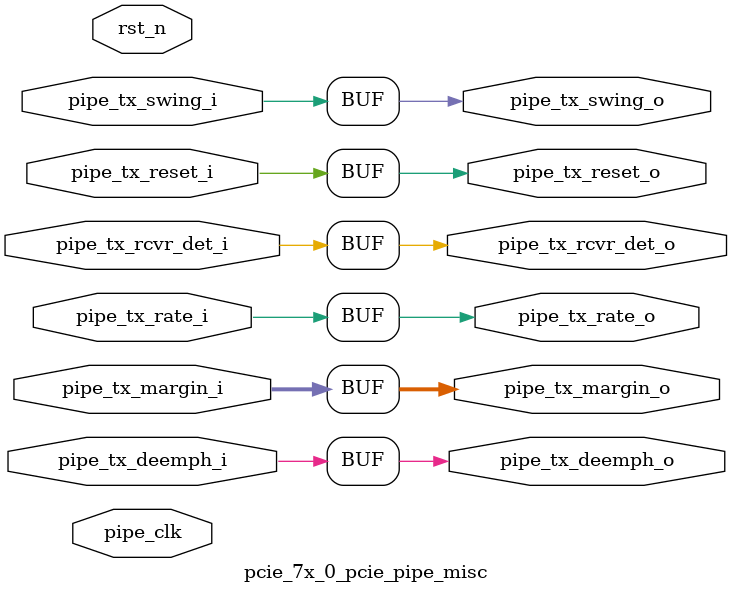
<source format=v>

`timescale 1ps/1ps

(* DowngradeIPIdentifiedWarnings = "yes" *)
module pcie_7x_0_pcie_pipe_misc #
(
    parameter        PIPE_PIPELINE_STAGES = 0,    // 0 - 0 stages, 1 - 1 stage, 2 - 2 stages
    parameter TCQ  = 1 // synthesis warning solved: parameter declaration becomes local
)
(

    input   wire        pipe_tx_rcvr_det_i       ,     // PIPE Tx Receiver Detect
    input   wire        pipe_tx_reset_i          ,     // PIPE Tx Reset
    input   wire        pipe_tx_rate_i           ,     // PIPE Tx Rate
    input   wire        pipe_tx_deemph_i         ,     // PIPE Tx Deemphasis
    input   wire [2:0]  pipe_tx_margin_i         ,     // PIPE Tx Margin
    input   wire        pipe_tx_swing_i          ,     // PIPE Tx Swing

    output  wire        pipe_tx_rcvr_det_o       ,     // Pipelined PIPE Tx Receiver Detect
    output  wire        pipe_tx_reset_o          ,     // Pipelined PIPE Tx Reset
    output  wire        pipe_tx_rate_o           ,     // Pipelined PIPE Tx Rate
    output  wire        pipe_tx_deemph_o         ,     // Pipelined PIPE Tx Deemphasis
    output  wire [2:0]  pipe_tx_margin_o         ,     // Pipelined PIPE Tx Margin
    output  wire        pipe_tx_swing_o          ,     // Pipelined PIPE Tx Swing

    input   wire        pipe_clk                ,      // PIPE Clock
    input   wire        rst_n                          // Reset
);

//******************************************************************//
// Reality check.                                                   //
//******************************************************************//

//    parameter TCQ  = 1;      // clock to out delay model

    generate

    if (PIPE_PIPELINE_STAGES == 0) begin : pipe_stages_0

        assign pipe_tx_rcvr_det_o = pipe_tx_rcvr_det_i;
        assign pipe_tx_reset_o  = pipe_tx_reset_i;
        assign pipe_tx_rate_o = pipe_tx_rate_i;
        assign pipe_tx_deemph_o = pipe_tx_deemph_i;
        assign pipe_tx_margin_o = pipe_tx_margin_i;
        assign pipe_tx_swing_o = pipe_tx_swing_i;

    end // if (PIPE_PIPELINE_STAGES == 0)
    else if (PIPE_PIPELINE_STAGES == 1) begin : pipe_stages_1

    reg                pipe_tx_rcvr_det_q       ;
    reg                pipe_tx_reset_q          ;
    reg                pipe_tx_rate_q           ;
    reg                pipe_tx_deemph_q         ;
    reg [2:0]          pipe_tx_margin_q         ;
    reg                pipe_tx_swing_q          ;

        always @(posedge pipe_clk) begin

        if (rst_n)
        begin

            pipe_tx_rcvr_det_q <= #TCQ 0;
            pipe_tx_reset_q  <= #TCQ 1'b1;
            pipe_tx_rate_q <= #TCQ 0;
            pipe_tx_deemph_q <= #TCQ 1'b1;
            pipe_tx_margin_q <= #TCQ 0;
            pipe_tx_swing_q <= #TCQ 0;

        end
        else
        begin

            pipe_tx_rcvr_det_q <= #TCQ pipe_tx_rcvr_det_i;
            pipe_tx_reset_q  <= #TCQ pipe_tx_reset_i;
            pipe_tx_rate_q <= #TCQ pipe_tx_rate_i;
            pipe_tx_deemph_q <= #TCQ pipe_tx_deemph_i;
            pipe_tx_margin_q <= #TCQ pipe_tx_margin_i;
            pipe_tx_swing_q <= #TCQ pipe_tx_swing_i;

          end

        end

        assign pipe_tx_rcvr_det_o = pipe_tx_rcvr_det_q;
        assign pipe_tx_reset_o  = pipe_tx_reset_q;
        assign pipe_tx_rate_o = pipe_tx_rate_q;
        assign pipe_tx_deemph_o = pipe_tx_deemph_q;
        assign pipe_tx_margin_o = pipe_tx_margin_q;
        assign pipe_tx_swing_o = pipe_tx_swing_q;

    end // if (PIPE_PIPELINE_STAGES == 1)
    else if (PIPE_PIPELINE_STAGES == 2) begin : pipe_stages_2

    reg                pipe_tx_rcvr_det_q       ;
    reg                pipe_tx_reset_q          ;
    reg                pipe_tx_rate_q           ;
    reg                pipe_tx_deemph_q         ;
    reg [2:0]          pipe_tx_margin_q         ;
    reg                pipe_tx_swing_q          ;

    reg                pipe_tx_rcvr_det_qq      ;
    reg                pipe_tx_reset_qq         ;
    reg                pipe_tx_rate_qq          ;
    reg                pipe_tx_deemph_qq        ;
    reg [2:0]          pipe_tx_margin_qq        ;
    reg                pipe_tx_swing_qq         ;

        always @(posedge pipe_clk) begin

        if (rst_n)
        begin

            pipe_tx_rcvr_det_q <= #TCQ 0;
            pipe_tx_reset_q  <= #TCQ 1'b1;
            pipe_tx_rate_q <= #TCQ 0;
            pipe_tx_deemph_q <= #TCQ 1'b1;
            pipe_tx_margin_q <= #TCQ 0;
            pipe_tx_swing_q <= #TCQ 0;

            pipe_tx_rcvr_det_qq <= #TCQ 0;
            pipe_tx_reset_qq  <= #TCQ 1'b1;
            pipe_tx_rate_qq <= #TCQ 0;
            pipe_tx_deemph_qq <= #TCQ 1'b1;
            pipe_tx_margin_qq <= #TCQ 0;
            pipe_tx_swing_qq <= #TCQ 0;

        end
        else
        begin

            pipe_tx_rcvr_det_q <= #TCQ pipe_tx_rcvr_det_i;
            pipe_tx_reset_q  <= #TCQ pipe_tx_reset_i;
            pipe_tx_rate_q <= #TCQ pipe_tx_rate_i;
            pipe_tx_deemph_q <= #TCQ pipe_tx_deemph_i;
            pipe_tx_margin_q <= #TCQ pipe_tx_margin_i;
            pipe_tx_swing_q <= #TCQ pipe_tx_swing_i;

            pipe_tx_rcvr_det_qq <= #TCQ pipe_tx_rcvr_det_q;
            pipe_tx_reset_qq  <= #TCQ pipe_tx_reset_q;
            pipe_tx_rate_qq <= #TCQ pipe_tx_rate_q;
            pipe_tx_deemph_qq <= #TCQ pipe_tx_deemph_q;
            pipe_tx_margin_qq <= #TCQ pipe_tx_margin_q;
            pipe_tx_swing_qq <= #TCQ pipe_tx_swing_q;

          end

        end

        assign pipe_tx_rcvr_det_o = pipe_tx_rcvr_det_qq;
        assign pipe_tx_reset_o  = pipe_tx_reset_qq;
        assign pipe_tx_rate_o = pipe_tx_rate_qq;
        assign pipe_tx_deemph_o = pipe_tx_deemph_qq;
        assign pipe_tx_margin_o = pipe_tx_margin_qq;
        assign pipe_tx_swing_o = pipe_tx_swing_qq;

    end // if (PIPE_PIPELINE_STAGES == 2)

    endgenerate

endmodule


</source>
